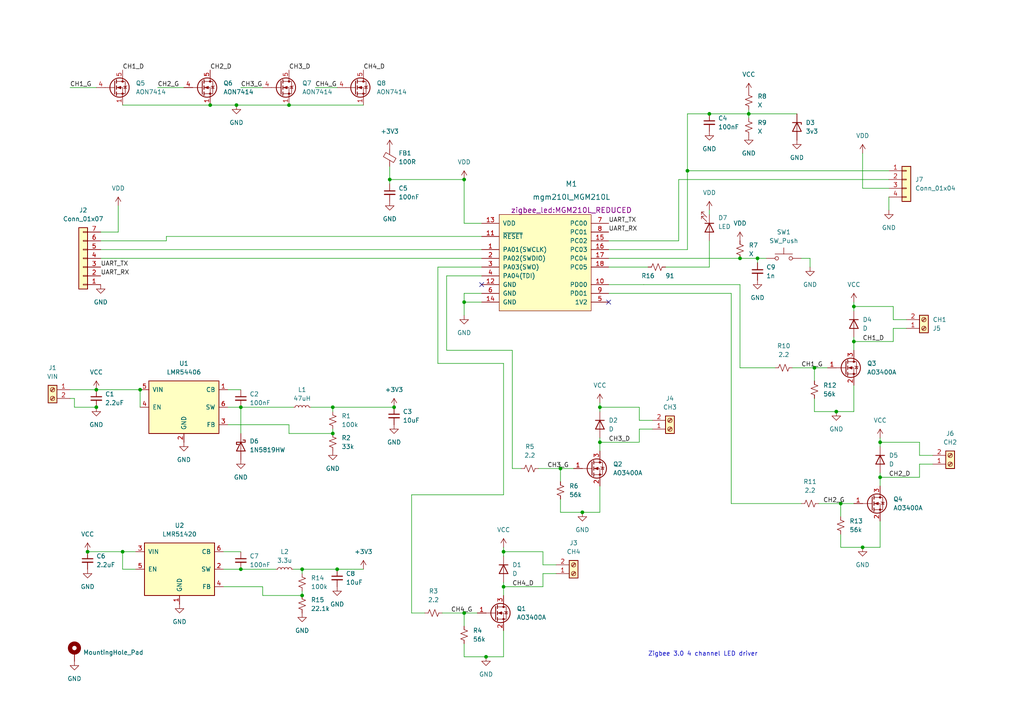
<source format=kicad_sch>
(kicad_sch (version 20211123) (generator eeschema)
  (paper "A4")
  (lib_symbols
    (symbol "Connector:Screw_Terminal_01x02" (pin_names (offset 1.016) hide)
      (property "Reference" "J" (at 0 2.54 0))
      (property "Value" "Screw_Terminal_01x02" (at 0 -5.08 0))
      (symbol "Screw_Terminal_01x02_1_1"
        (rectangle (start -1.27 1.27) (end 1.27 -3.81) (stroke (width 0.254)) (fill (type background)))
        (circle (center 0 -2.54) (radius 0.635) (stroke (width 0.1524)))
        (polyline (pts (xy -0.5334 -2.2098) (xy 0.3302 -3.048)) (stroke (width 0.1524)))
        (polyline (pts (xy -0.5334 0.3302) (xy 0.3302 -0.508)) (stroke (width 0.1524)))
        (polyline (pts (xy -0.3556 -2.032) (xy 0.508 -2.8702)) (stroke (width 0.1524)))
        (polyline (pts (xy -0.3556 0.508) (xy 0.508 -0.3302)) (stroke (width 0.1524)))
        (circle (center 0 0) (radius 0.635) (stroke (width 0.1524)))
        (pin passive line (at -5.08 0 0) (length 3.81) (name "Pin_1") (number "1"))
        (pin passive line (at -5.08 -2.54 0) (length 3.81) (name "Pin_2") (number "2"))
      )
    )
    (symbol "Connector_Generic:Conn_01x04" (pin_names (offset 1.016) hide)
      (property "Reference" "J" (at 0 5.08 0))
      (property "Value" "Conn_01x04" (at 0 -7.62 0))
      (symbol "Conn_01x04_1_1"
        (rectangle (start -1.27 -4.953) (end 0 -5.207) (stroke (width 0.1524)))
        (rectangle (start -1.27 -2.413) (end 0 -2.667) (stroke (width 0.1524)))
        (rectangle (start -1.27 0.127) (end 0 -0.127) (stroke (width 0.1524)))
        (rectangle (start -1.27 2.667) (end 0 2.413) (stroke (width 0.1524)))
        (rectangle (start -1.27 3.81) (end 1.27 -6.35) (stroke (width 0.254)) (fill (type background)))
        (pin passive line (at -5.08 2.54 0) (length 3.81) (name "Pin_1") (number "1"))
        (pin passive line (at -5.08 0 0) (length 3.81) (name "Pin_2") (number "2"))
        (pin passive line (at -5.08 -2.54 0) (length 3.81) (name "Pin_3") (number "3"))
        (pin passive line (at -5.08 -5.08 0) (length 3.81) (name "Pin_4") (number "4"))
      )
    )
    (symbol "Connector_Generic:Conn_01x07" (pin_names (offset 1.016) hide)
      (property "Reference" "J" (at 0 10.16 0))
      (property "Value" "Conn_01x07" (at 0 -10.16 0))
      (symbol "Conn_01x07_1_1"
        (rectangle (start -1.27 -7.493) (end 0 -7.747) (stroke (width 0.1524)))
        (rectangle (start -1.27 -4.953) (end 0 -5.207) (stroke (width 0.1524)))
        (rectangle (start -1.27 -2.413) (end 0 -2.667) (stroke (width 0.1524)))
        (rectangle (start -1.27 0.127) (end 0 -0.127) (stroke (width 0.1524)))
        (rectangle (start -1.27 2.667) (end 0 2.413) (stroke (width 0.1524)))
        (rectangle (start -1.27 5.207) (end 0 4.953) (stroke (width 0.1524)))
        (rectangle (start -1.27 7.747) (end 0 7.493) (stroke (width 0.1524)))
        (rectangle (start -1.27 8.89) (end 1.27 -8.89) (stroke (width 0.254)) (fill (type background)))
        (pin passive line (at -5.08 7.62 0) (length 3.81) (name "Pin_1") (number "1"))
        (pin passive line (at -5.08 5.08 0) (length 3.81) (name "Pin_2") (number "2"))
        (pin passive line (at -5.08 2.54 0) (length 3.81) (name "Pin_3") (number "3"))
        (pin passive line (at -5.08 0 0) (length 3.81) (name "Pin_4") (number "4"))
        (pin passive line (at -5.08 -2.54 0) (length 3.81) (name "Pin_5") (number "5"))
        (pin passive line (at -5.08 -5.08 0) (length 3.81) (name "Pin_6") (number "6"))
        (pin passive line (at -5.08 -7.62 0) (length 3.81) (name "Pin_7") (number "7"))
      )
    )
    (symbol "Device:C_Small" (pin_numbers hide) (pin_names (offset 0.254) hide)
      (property "Reference" "C" (at 0.254 1.778 0))
      (property "Value" "C_Small" (at 0.254 -2.032 0))
      (symbol "C_Small_0_1"
        (polyline (pts (xy -1.524 -0.508) (xy 1.524 -0.508)) (stroke (width 0.3302)))
        (polyline (pts (xy -1.524 0.508) (xy 1.524 0.508)) (stroke (width 0.3048)))
      )
      (symbol "C_Small_1_1"
        (pin passive line (at 0 2.54 270) (length 2.032) (name "~") (number "1"))
        (pin passive line (at 0 -2.54 90) (length 2.032) (name "~") (number "2"))
      )
    )
    (symbol "Device:D" (pin_numbers hide) (pin_names (offset 1.016) hide)
      (property "Reference" "D" (at 0 2.54 0))
      (property "Value" "D" (at 0 -2.54 0))
      (symbol "D_0_1"
        (polyline (pts (xy -1.27 1.27) (xy -1.27 -1.27)) (stroke (width 0.254)))
        (polyline (pts (xy 1.27 0) (xy -1.27 0)))
        (polyline (pts (xy 1.27 1.27) (xy 1.27 -1.27) (xy -1.27 0) (xy 1.27 1.27)) (stroke (width 0.254)))
      )
      (symbol "D_1_1"
        (pin passive line (at -3.81 0 0) (length 2.54) (name "K") (number "1"))
        (pin passive line (at 3.81 0 180) (length 2.54) (name "A") (number "2"))
      )
    )
    (symbol "Device:D_Schottky" (pin_numbers hide) (pin_names (offset 1.016) hide)
      (property "Reference" "D" (at 0 2.54 0))
      (property "Value" "D_Schottky" (at 0 -2.54 0))
      (symbol "D_Schottky_0_1"
        (polyline (pts (xy 1.27 0) (xy -1.27 0)))
        (polyline (pts (xy 1.27 1.27) (xy 1.27 -1.27) (xy -1.27 0) (xy 1.27 1.27)) (stroke (width 0.254)))
        (polyline (pts (xy -1.905 0.635) (xy -1.905 1.27) (xy -1.27 1.27) (xy -1.27 -1.27) (xy -0.635 -1.27) (xy -0.635 -0.635)) (stroke (width 0.254)))
      )
      (symbol "D_Schottky_1_1"
        (pin passive line (at -3.81 0 0) (length 2.54) (name "K") (number "1"))
        (pin passive line (at 3.81 0 180) (length 2.54) (name "A") (number "2"))
      )
    )
    (symbol "Device:D_Zener" (pin_numbers hide) (pin_names (offset 1.016) hide)
      (property "Reference" "D" (at 0 2.54 0))
      (property "Value" "D_Zener" (at 0 -2.54 0))
      (symbol "D_Zener_0_1"
        (polyline (pts (xy 1.27 0) (xy -1.27 0)))
        (polyline (pts (xy -1.27 -1.27) (xy -1.27 1.27) (xy -0.762 1.27)) (stroke (width 0.254)))
        (polyline (pts (xy 1.27 -1.27) (xy 1.27 1.27) (xy -1.27 0) (xy 1.27 -1.27)) (stroke (width 0.254)))
      )
      (symbol "D_Zener_1_1"
        (pin passive line (at -3.81 0 0) (length 2.54) (name "K") (number "1"))
        (pin passive line (at 3.81 0 180) (length 2.54) (name "A") (number "2"))
      )
    )
    (symbol "Device:FerriteBead_Small" (pin_numbers hide) (pin_names (offset 0))
      (property "Reference" "FB" (at 1.905 1.27 0))
      (property "Value" "FerriteBead_Small" (at 1.905 -1.27 0))
      (symbol "FerriteBead_Small_0_1"
        (polyline (pts (xy 0 -1.27) (xy 0 -0.7874)))
        (polyline (pts (xy 0 0.889) (xy 0 1.2954)))
        (polyline (pts (xy -1.8288 0.2794) (xy -1.1176 1.4986) (xy 1.8288 -0.2032) (xy 1.1176 -1.4224) (xy -1.8288 0.2794)))
      )
      (symbol "FerriteBead_Small_1_1"
        (pin passive line (at 0 2.54 270) (length 1.27) (name "~") (number "1"))
        (pin passive line (at 0 -2.54 90) (length 1.27) (name "~") (number "2"))
      )
    )
    (symbol "Device:LED" (pin_numbers hide) (pin_names (offset 1.016) hide)
      (property "Reference" "D" (at 0 2.54 0))
      (property "Value" "LED" (at 0 -2.54 0))
      (symbol "LED_0_1"
        (polyline (pts (xy -1.27 -1.27) (xy -1.27 1.27)) (stroke (width 0.254)))
        (polyline (pts (xy -1.27 0) (xy 1.27 0)))
        (polyline (pts (xy 1.27 -1.27) (xy 1.27 1.27) (xy -1.27 0) (xy 1.27 -1.27)) (stroke (width 0.254)))
        (polyline (pts (xy -3.048 -0.762) (xy -4.572 -2.286) (xy -3.81 -2.286) (xy -4.572 -2.286) (xy -4.572 -1.524)))
        (polyline (pts (xy -1.778 -0.762) (xy -3.302 -2.286) (xy -2.54 -2.286) (xy -3.302 -2.286) (xy -3.302 -1.524)))
      )
      (symbol "LED_1_1"
        (pin passive line (at -3.81 0 0) (length 2.54) (name "K") (number "1"))
        (pin passive line (at 3.81 0 180) (length 2.54) (name "A") (number "2"))
      )
    )
    (symbol "Device:L_Small" (pin_numbers hide) (pin_names (offset 0.254) hide)
      (property "Reference" "L" (at 0.762 1.016 0))
      (property "Value" "L_Small" (at 0.762 -1.016 0))
      (symbol "L_Small_0_1"
        (arc (start 0 -2.032) (mid 0.508 -1.524) (end 0 -1.016))
        (arc (start 0 -1.016) (mid 0.508 -0.508) (end 0 0))
        (arc (start 0 0) (mid 0.508 0.508) (end 0 1.016))
        (arc (start 0 1.016) (mid 0.508 1.524) (end 0 2.032))
      )
      (symbol "L_Small_1_1"
        (pin passive line (at 0 2.54 270) (length 0.508) (name "~") (number "1"))
        (pin passive line (at 0 -2.54 90) (length 0.508) (name "~") (number "2"))
      )
    )
    (symbol "Device:R_Small_US" (pin_numbers hide) (pin_names (offset 0.254) hide)
      (property "Reference" "R" (at 0.762 0.508 0))
      (property "Value" "R_Small_US" (at 0.762 -1.016 0))
      (symbol "R_Small_US_1_1"
        (polyline (pts (xy 0 0) (xy 1.016 -0.381) (xy 0 -0.762) (xy -1.016 -1.143) (xy 0 -1.524)))
        (polyline (pts (xy 0 1.524) (xy 1.016 1.143) (xy 0 0.762) (xy -1.016 0.381) (xy 0 0)))
        (pin passive line (at 0 2.54 270) (length 1.016) (name "~") (number "1"))
        (pin passive line (at 0 -2.54 90) (length 1.016) (name "~") (number "2"))
      )
    )
    (symbol "Mechanical:MountingHole_Pad" (pin_numbers hide) (pin_names (offset 1.016) hide)
      (property "Reference" "H" (at 0 6.35 0))
      (property "Value" "MountingHole_Pad" (at 0 4.445 0))
      (symbol "MountingHole_Pad_0_1"
        (circle (center 0 1.27) (radius 1.27) (stroke (width 1.27)))
      )
      (symbol "MountingHole_Pad_1_1"
        (pin input line (at 0 -2.54 90) (length 2.54) (name "1") (number "1"))
      )
    )
    (symbol "Switch:SW_Push" (pin_numbers hide) (pin_names (offset 1.016) hide)
      (property "Reference" "SW" (at 1.27 2.54 0))
      (property "Value" "SW_Push" (at 0 -1.524 0))
      (symbol "SW_Push_0_1"
        (circle (center -2.032 0) (radius 0.508))
        (polyline (pts (xy 0 1.27) (xy 0 3.048)))
        (polyline (pts (xy 2.54 1.27) (xy -2.54 1.27)))
        (circle (center 2.032 0) (radius 0.508))
        (pin passive line (at -5.08 0 0) (length 2.54) (name "1") (number "1"))
        (pin passive line (at 5.08 0 180) (length 2.54) (name "2") (number "2"))
      )
    )
    (symbol "Transistor_FET:AO3400A" (pin_names hide)
      (property "Reference" "Q" (at 5.08 1.905 0))
      (property "Value" "AO3400A" (at 5.08 0 0))
      (symbol "AO3400A_0_1"
        (polyline (pts (xy 0.254 0) (xy -2.54 0)))
        (polyline (pts (xy 0.254 1.905) (xy 0.254 -1.905)) (stroke (width 0.254)))
        (polyline (pts (xy 0.762 -1.27) (xy 0.762 -2.286)) (stroke (width 0.254)))
        (polyline (pts (xy 0.762 0.508) (xy 0.762 -0.508)) (stroke (width 0.254)))
        (polyline (pts (xy 0.762 2.286) (xy 0.762 1.27)) (stroke (width 0.254)))
        (polyline (pts (xy 2.54 2.54) (xy 2.54 1.778)))
        (polyline (pts (xy 2.54 -2.54) (xy 2.54 0) (xy 0.762 0)))
        (polyline (pts (xy 0.762 -1.778) (xy 3.302 -1.778) (xy 3.302 1.778) (xy 0.762 1.778)))
        (polyline (pts (xy 1.016 0) (xy 2.032 0.381) (xy 2.032 -0.381) (xy 1.016 0)) (fill (type outline)))
        (polyline (pts (xy 2.794 0.508) (xy 2.921 0.381) (xy 3.683 0.381) (xy 3.81 0.254)))
        (polyline (pts (xy 3.302 0.381) (xy 2.921 -0.254) (xy 3.683 -0.254) (xy 3.302 0.381)))
        (circle (center 1.651 0) (radius 2.794) (stroke (width 0.254)))
        (circle (center 2.54 -1.778) (radius 0.254) (fill (type outline)))
        (circle (center 2.54 1.778) (radius 0.254) (fill (type outline)))
      )
      (symbol "AO3400A_1_1"
        (pin input line (at -5.08 0 0) (length 2.54) (name "G") (number "1"))
        (pin passive line (at 2.54 -5.08 90) (length 2.54) (name "S") (number "2"))
        (pin passive line (at 2.54 5.08 270) (length 2.54) (name "D") (number "3"))
      )
    )
    (symbol "mgm210l-cache:mgm210l_MGM210L" (pin_names (offset 1.016))
      (property "Reference" "M" (at 1.27 3.81 0))
      (property "Value" "mgm210l_MGM210L" (at 6.35 1.27 0))
      (property "Footprint" "MGM210L" (at 5.08 0 0))
      (symbol "mgm210l_MGM210L_0_1"
        (rectangle (start 0 0) (end 26.67 -27.94) (fill (type background)))
        (rectangle (start 41.91 -20.32) (end 41.91 -20.32))
      )
      (symbol "mgm210l_MGM210L_1_1"
        (pin bidirectional line (at -5.08 -10.16 0) (length 5.08) (name "PA01(SWCLK)") (number "1"))
        (pin bidirectional line (at 31.75 -20.32 180) (length 5.08) (name "PD00") (number "10"))
        (pin input line (at -5.08 -6.35 0) (length 5.08) (name "~{RESET}") (number "11"))
        (pin power_in line (at -5.08 -20.32 0) (length 5.08) (name "GND") (number "12"))
        (pin power_in line (at -5.08 -2.54 0) (length 5.08) (name "VDD") (number "13"))
        (pin power_in line (at -5.08 -25.4 0) (length 5.08) (name "GND") (number "14"))
        (pin bidirectional line (at 31.75 -7.62 180) (length 5.08) (name "PC02") (number "15"))
        (pin bidirectional line (at 31.75 -10.16 180) (length 5.08) (name "PC03") (number "16"))
        (pin bidirectional line (at 31.75 -12.7 180) (length 5.08) (name "PC04") (number "17"))
        (pin bidirectional line (at 31.75 -15.24 180) (length 5.08) (name "PC05") (number "18"))
        (pin bidirectional line (at -5.08 -12.7 0) (length 5.08) (name "PA02(SWDIO)") (number "2"))
        (pin bidirectional line (at -5.08 -15.24 0) (length 5.08) (name "PA03(SWO)") (number "3"))
        (pin bidirectional line (at -5.08 -17.78 0) (length 5.08) (name "PA04(TDI)") (number "4"))
        (pin power_out line (at 31.75 -25.4 180) (length 5.08) (name "1V2") (number "5"))
        (pin power_in line (at -5.08 -22.86 0) (length 5.08) (name "GND") (number "6"))
        (pin bidirectional line (at 31.75 -2.54 180) (length 5.08) (name "PC00") (number "7"))
        (pin bidirectional line (at 31.75 -5.08 180) (length 5.08) (name "PC01") (number "8"))
        (pin bidirectional line (at 31.75 -22.86 180) (length 5.08) (name "PD01") (number "9"))
      )
    )
    (symbol "power:+3.3V" (power) (pin_names (offset 0))
      (property "Value" "+3.3V" (at 0 3.556 0))
      (symbol "+3.3V_0_1"
        (polyline (pts (xy -0.762 1.27) (xy 0 2.54)))
        (polyline (pts (xy 0 0) (xy 0 2.54)))
        (polyline (pts (xy 0 2.54) (xy 0.762 1.27)))
      )
      (symbol "+3.3V_1_1"
        (pin power_in line (at 0 0 90) (length 0) hide (name "+3V3") (number "1"))
      )
    )
    (symbol "power:GND" (power) (pin_names (offset 0))
      (property "Value" "GND" (at 0 -3.81 0))
      (symbol "GND_0_1"
        (polyline (pts (xy 0 0) (xy 0 -1.27) (xy 1.27 -1.27) (xy 0 -2.54) (xy -1.27 -1.27) (xy 0 -1.27)))
      )
      (symbol "GND_1_1"
        (pin power_in line (at 0 0 270) (length 0) hide (name "GND") (number "1"))
      )
    )
    (symbol "power:VCC" (power) (pin_names (offset 0))
      (property "Value" "VCC" (at 0 3.81 0))
      (symbol "VCC_0_1"
        (polyline (pts (xy -0.762 1.27) (xy 0 2.54)))
        (polyline (pts (xy 0 0) (xy 0 2.54)))
        (polyline (pts (xy 0 2.54) (xy 0.762 1.27)))
      )
      (symbol "VCC_1_1"
        (pin power_in line (at 0 0 90) (length 0) hide (name "VCC") (number "1"))
      )
    )
    (symbol "power:VDD" (power) (pin_names (offset 0))
      (property "Value" "VDD" (at 0 3.81 0))
      (symbol "VDD_0_1"
        (polyline (pts (xy -0.762 1.27) (xy 0 2.54)))
        (polyline (pts (xy 0 0) (xy 0 2.54)))
        (polyline (pts (xy 0 2.54) (xy 0.762 1.27)))
      )
      (symbol "VDD_1_1"
        (pin power_in line (at 0 0 90) (length 0) hide (name "VDD") (number "1"))
      )
    )
    (symbol "zigbee_led:AON7414" (pin_names hide)
      (property "Reference" "Q" (at 5.08 1.905 0))
      (property "Value" "AON7414" (at 5.08 0 0))
      (symbol "AON7414_0_1"
        (polyline (pts (xy 0.254 0) (xy -2.54 0)))
        (polyline (pts (xy 0.254 1.905) (xy 0.254 -1.905)) (stroke (width 0.254)))
        (polyline (pts (xy 0.762 -1.27) (xy 0.762 -2.286)) (stroke (width 0.254)))
        (polyline (pts (xy 0.762 0.508) (xy 0.762 -0.508)) (stroke (width 0.254)))
        (polyline (pts (xy 0.762 2.286) (xy 0.762 1.27)) (stroke (width 0.254)))
        (polyline (pts (xy 2.54 2.54) (xy 2.54 1.778)))
        (polyline (pts (xy 2.54 -2.54) (xy 2.54 0) (xy 0.762 0)))
        (polyline (pts (xy 0.762 1.778) (xy 3.302 1.778) (xy 3.302 -1.778) (xy 0.762 -1.778)))
        (polyline (pts (xy 1.016 0) (xy 2.032 -0.381) (xy 2.032 0.381) (xy 1.016 0)) (fill (type outline)))
        (polyline (pts (xy 2.794 0.254) (xy 2.921 0.381) (xy 3.683 0.381) (xy 3.81 0.508)))
        (polyline (pts (xy 3.302 0.381) (xy 3.683 -0.254) (xy 2.921 -0.254) (xy 3.302 0.381)))
        (circle (center 1.651 0) (radius 2.794) (stroke (width 0.254)))
        (circle (center 2.54 -1.778) (radius 0.254) (fill (type outline)))
        (circle (center 2.54 1.778) (radius 0.254) (fill (type outline)))
      )
      (symbol "AON7414_1_1"
        (pin passive line (at 2.54 -5.08 90) (length 2.54) (name "S") (number "1"))
        (pin passive line (at 2.54 -5.08 90) (length 2.54) hide (name "S") (number "2"))
        (pin passive line (at 2.54 -5.08 90) (length 2.54) hide (name "S") (number "3"))
        (pin input line (at -5.08 0 0) (length 2.54) (name "G") (number "4"))
        (pin passive line (at 2.54 5.08 270) (length 2.54) (name "D") (number "5"))
      )
    )
    (symbol "zigbee_led:LMR51420" (pin_names (offset 1.016))
      (property "Reference" "U" (at -10.16 11.43 0))
      (property "Value" "LMR51420" (at -10.16 8.89 0))
      (symbol "LMR51420_0_1"
        (rectangle (start -10.16 7.62) (end 10.16 -7.62) (stroke (width 0.254)) (fill (type background)))
      )
      (symbol "LMR51420_1_1"
        (pin power_in line (at 0 -10.16 90) (length 2.54) (name "GND") (number "1"))
        (pin output line (at 12.7 0 180) (length 2.54) (name "SW") (number "2"))
        (pin power_in line (at -12.7 5.08 0) (length 2.54) (name "VIN") (number "3"))
        (pin input line (at 12.7 -5.08 180) (length 2.54) (name "FB") (number "4"))
        (pin input line (at -12.7 0 0) (length 2.54) (name "EN") (number "5"))
        (pin input line (at 12.7 5.08 180) (length 2.54) (name "CB") (number "6"))
      )
    )
    (symbol "zigbee_led:LMR54406" (pin_names (offset 1.016))
      (property "Reference" "U" (at -10.16 11.43 0))
      (property "Value" "LMR54406" (at -10.16 8.89 0))
      (symbol "LMR54406_0_1"
        (rectangle (start -10.16 7.62) (end 10.16 -7.62) (stroke (width 0.254)) (fill (type background)))
      )
      (symbol "LMR54406_1_1"
        (pin input line (at 12.7 5.08 180) (length 2.54) (name "CB") (number "1"))
        (pin power_in line (at 0 -10.16 90) (length 2.54) (name "GND") (number "2"))
        (pin input line (at 12.7 -5.08 180) (length 2.54) (name "FB") (number "3"))
        (pin input line (at -12.7 0 0) (length 2.54) (name "EN") (number "4"))
        (pin power_in line (at -12.7 5.08 0) (length 2.54) (name "VIN") (number "5"))
        (pin output line (at 12.7 0 180) (length 2.54) (name "SW") (number "6"))
      )
    )
  )
  (junction (at 247.65 99.06))
  (junction (at 217.17 33.02))
  (junction (at 173.99 128.27))
  (junction (at 134.62 52.07))
  (junction (at 134.62 177.8))
  (junction (at 96.52 118.11))
  (junction (at 113.03 52.07))
  (junction (at 247.65 88.9))
  (junction (at 146.05 160.02))
  (junction (at 68.58 30.48))
  (junction (at 199.39 49.53))
  (junction (at 219.71 74.93))
  (junction (at 236.22 106.68))
  (junction (at 96.52 125.73))
  (junction (at 25.4 160.02))
  (junction (at 205.74 33.02))
  (junction (at 134.62 87.63))
  (junction (at 173.99 118.11))
  (junction (at 250.19 158.75))
  (junction (at 140.97 190.5))
  (junction (at 146.05 170.18))
  (junction (at 168.91 148.59))
  (junction (at 87.63 165.1))
  (junction (at 97.79 165.1))
  (junction (at 69.85 118.11))
  (junction (at 60.96 30.48))
  (junction (at 114.3 118.11))
  (junction (at 162.56 135.89))
  (junction (at 35.56 160.02))
  (junction (at 243.84 146.05))
  (junction (at 255.27 138.43))
  (junction (at 40.64 113.03))
  (junction (at 83.82 30.48))
  (junction (at 214.63 74.93))
  (junction (at 27.94 113.03))
  (junction (at 87.63 172.72))
  (junction (at 255.27 128.27))
  (junction (at 27.94 118.11))
  (junction (at 69.85 165.1))
  (junction (at 242.57 119.38))
  (no_connect (at 176.53 87.63))
  (no_connect (at 139.7 82.55))
  (wire (pts (xy 60.96 30.48) (xy 68.58 30.48)))
  (wire (pts (xy 199.39 33.02) (xy 205.74 33.02)))
  (wire (pts (xy 255.27 151.13) (xy 255.27 158.75)))
  (wire (pts (xy 236.22 115.57) (xy 236.22 119.38)))
  (wire (pts (xy 21.59 118.11) (xy 27.94 118.11)))
  (wire (pts (xy 96.52 118.11) (xy 96.52 119.38)))
  (wire (pts (xy 236.22 119.38) (xy 242.57 119.38)))
  (wire (pts (xy 176.53 77.47) (xy 187.96 77.47)))
  (wire (pts (xy 64.77 160.02) (xy 69.85 160.02)))
  (wire (pts (xy 127 77.47) (xy 139.7 77.47)))
  (wire (pts (xy 128.27 177.8) (xy 134.62 177.8)))
  (wire (pts (xy 21.59 115.57) (xy 21.59 118.11)))
  (wire (pts (xy 214.63 106.68) (xy 224.79 106.68)))
  (wire (pts (xy 66.04 113.03) (xy 69.85 113.03)))
  (wire (pts (xy 29.21 74.93) (xy 139.7 74.93)))
  (wire (pts (xy 97.79 165.1) (xy 105.41 165.1)))
  (wire (pts (xy 83.82 123.19) (xy 83.82 125.73)))
  (wire (pts (xy 247.65 119.38) (xy 242.57 119.38)))
  (wire (pts (xy 146.05 143.51) (xy 119.38 143.51)))
  (wire (pts (xy 35.56 160.02) (xy 39.37 160.02)))
  (wire (pts (xy 173.99 148.59) (xy 168.91 148.59)))
  (wire (pts (xy 39.37 165.1) (xy 35.56 165.1)))
  (wire (pts (xy 91.44 25.4) (xy 97.79 25.4)))
  (wire (pts (xy 255.27 128.27) (xy 255.27 129.54)))
  (wire (pts (xy 270.51 132.08) (xy 266.7 132.08)))
  (wire (pts (xy 173.99 140.97) (xy 173.99 148.59)))
  (wire (pts (xy 266.7 138.43) (xy 255.27 138.43)))
  (wire (pts (xy 68.58 30.48) (xy 83.82 30.48)))
  (wire (pts (xy 185.42 128.27) (xy 173.99 128.27)))
  (wire (pts (xy 189.23 124.46) (xy 185.42 124.46)))
  (wire (pts (xy 212.09 85.09) (xy 212.09 146.05)))
  (wire (pts (xy 247.65 111.76) (xy 247.65 119.38)))
  (wire (pts (xy 212.09 146.05) (xy 232.41 146.05)))
  (wire (pts (xy 64.77 165.1) (xy 69.85 165.1)))
  (wire (pts (xy 185.42 121.92) (xy 185.42 118.11)))
  (wire (pts (xy 146.05 158.75) (xy 146.05 160.02)))
  (wire (pts (xy 146.05 182.88) (xy 146.05 190.5)))
  (wire (pts (xy 219.71 74.93) (xy 222.25 74.93)))
  (wire (pts (xy 20.32 113.03) (xy 27.94 113.03)))
  (wire (pts (xy 45.72 25.4) (xy 53.34 25.4)))
  (wire (pts (xy 119.38 143.51) (xy 119.38 177.8)))
  (wire (pts (xy 134.62 85.09) (xy 134.62 87.63)))
  (wire (pts (xy 113.03 52.07) (xy 113.03 53.34)))
  (wire (pts (xy 76.2 172.72) (xy 87.63 172.72)))
  (wire (pts (xy 217.17 33.02) (xy 217.17 34.29)))
  (wire (pts (xy 64.77 170.18) (xy 76.2 170.18)))
  (wire (pts (xy 196.85 69.85) (xy 196.85 52.07)))
  (wire (pts (xy 255.27 138.43) (xy 255.27 140.97)))
  (wire (pts (xy 199.39 49.53) (xy 199.39 33.02)))
  (wire (pts (xy 146.05 160.02) (xy 146.05 161.29)))
  (wire (pts (xy 35.56 30.48) (xy 60.96 30.48)))
  (wire (pts (xy 157.48 163.83) (xy 157.48 160.02)))
  (wire (pts (xy 270.51 134.62) (xy 266.7 134.62)))
  (wire (pts (xy 236.22 106.68) (xy 240.03 106.68)))
  (wire (pts (xy 134.62 52.07) (xy 113.03 52.07)))
  (wire (pts (xy 205.74 33.02) (xy 217.17 33.02)))
  (wire (pts (xy 146.05 160.02) (xy 157.48 160.02)))
  (wire (pts (xy 48.26 69.85) (xy 29.21 69.85)))
  (wire (pts (xy 48.26 68.58) (xy 48.26 69.85)))
  (wire (pts (xy 127 77.47) (xy 127 105.41)))
  (wire (pts (xy 96.52 124.46) (xy 96.52 125.73)))
  (wire (pts (xy 243.84 158.75) (xy 250.19 158.75)))
  (wire (pts (xy 237.49 146.05) (xy 243.84 146.05)))
  (wire (pts (xy 129.54 80.01) (xy 129.54 101.6)))
  (wire (pts (xy 255.27 158.75) (xy 250.19 158.75)))
  (wire (pts (xy 173.99 127) (xy 173.99 128.27)))
  (wire (pts (xy 243.84 146.05) (xy 247.65 146.05)))
  (wire (pts (xy 219.71 74.93) (xy 219.71 76.2)))
  (wire (pts (xy 255.27 137.16) (xy 255.27 138.43)))
  (wire (pts (xy 96.52 118.11) (xy 114.3 118.11)))
  (wire (pts (xy 87.63 165.1) (xy 97.79 165.1)))
  (wire (pts (xy 162.56 135.89) (xy 166.37 135.89)))
  (wire (pts (xy 173.99 118.11) (xy 173.99 119.38)))
  (wire (pts (xy 34.29 67.31) (xy 34.29 59.69)))
  (wire (pts (xy 162.56 148.59) (xy 168.91 148.59)))
  (wire (pts (xy 232.41 74.93) (xy 234.95 74.93)))
  (wire (pts (xy 214.63 74.93) (xy 219.71 74.93)))
  (wire (pts (xy 29.21 72.39) (xy 139.7 72.39)))
  (wire (pts (xy 146.05 105.41) (xy 127 105.41)))
  (wire (pts (xy 66.04 118.11) (xy 69.85 118.11)))
  (wire (pts (xy 156.21 135.89) (xy 162.56 135.89)))
  (wire (pts (xy 35.56 165.1) (xy 35.56 160.02)))
  (wire (pts (xy 85.09 165.1) (xy 87.63 165.1)))
  (wire (pts (xy 134.62 52.07) (xy 134.62 64.77)))
  (wire (pts (xy 214.63 82.55) (xy 214.63 106.68)))
  (wire (pts (xy 83.82 125.73) (xy 96.52 125.73)))
  (wire (pts (xy 262.89 95.25) (xy 259.08 95.25)))
  (wire (pts (xy 87.63 171.45) (xy 87.63 172.72)))
  (wire (pts (xy 257.81 57.15) (xy 257.81 60.96)))
  (wire (pts (xy 173.99 118.11) (xy 185.42 118.11)))
  (wire (pts (xy 189.23 121.92) (xy 185.42 121.92)))
  (wire (pts (xy 29.21 67.31) (xy 34.29 67.31)))
  (wire (pts (xy 134.62 177.8) (xy 138.43 177.8)))
  (wire (pts (xy 90.17 118.11) (xy 96.52 118.11)))
  (wire (pts (xy 205.74 60.96) (xy 205.74 62.23)))
  (wire (pts (xy 148.59 101.6) (xy 148.59 135.89)))
  (wire (pts (xy 76.2 170.18) (xy 76.2 172.72)))
  (wire (pts (xy 134.62 190.5) (xy 140.97 190.5)))
  (wire (pts (xy 146.05 170.18) (xy 146.05 172.72)))
  (wire (pts (xy 247.65 88.9) (xy 247.65 90.17)))
  (wire (pts (xy 234.95 74.93) (xy 234.95 77.47)))
  (wire (pts (xy 148.59 135.89) (xy 151.13 135.89)))
  (wire (pts (xy 134.62 85.09) (xy 139.7 85.09)))
  (wire (pts (xy 259.08 95.25) (xy 259.08 99.06)))
  (wire (pts (xy 134.62 177.8) (xy 134.62 181.61)))
  (wire (pts (xy 247.65 88.9) (xy 259.08 88.9)))
  (wire (pts (xy 119.38 177.8) (xy 123.19 177.8)))
  (wire (pts (xy 176.53 69.85) (xy 196.85 69.85)))
  (wire (pts (xy 217.17 33.02) (xy 231.14 33.02)))
  (wire (pts (xy 161.29 166.37) (xy 157.48 166.37)))
  (wire (pts (xy 20.32 115.57) (xy 21.59 115.57)))
  (wire (pts (xy 199.39 72.39) (xy 199.39 49.53)))
  (wire (pts (xy 113.03 48.26) (xy 113.03 52.07)))
  (wire (pts (xy 193.04 77.47) (xy 205.74 77.47)))
  (wire (pts (xy 266.7 132.08) (xy 266.7 128.27)))
  (wire (pts (xy 139.7 80.01) (xy 129.54 80.01)))
  (wire (pts (xy 162.56 135.89) (xy 162.56 139.7)))
  (wire (pts (xy 173.99 128.27) (xy 173.99 130.81)))
  (wire (pts (xy 259.08 99.06) (xy 247.65 99.06)))
  (wire (pts (xy 255.27 128.27) (xy 266.7 128.27)))
  (wire (pts (xy 146.05 168.91) (xy 146.05 170.18)))
  (wire (pts (xy 162.56 144.78) (xy 162.56 148.59)))
  (wire (pts (xy 157.48 166.37) (xy 157.48 170.18)))
  (wire (pts (xy 40.64 113.03) (xy 40.64 118.11)))
  (wire (pts (xy 259.08 92.71) (xy 262.89 92.71)))
  (wire (pts (xy 247.65 97.79) (xy 247.65 99.06)))
  (wire (pts (xy 257.81 54.61) (xy 250.19 54.61)))
  (wire (pts (xy 176.53 72.39) (xy 199.39 72.39)))
  (wire (pts (xy 161.29 163.83) (xy 157.48 163.83)))
  (wire (pts (xy 205.74 77.47) (xy 205.74 69.85)))
  (wire (pts (xy 69.85 25.4) (xy 76.2 25.4)))
  (wire (pts (xy 196.85 52.07) (xy 257.81 52.07)))
  (wire (pts (xy 247.65 99.06) (xy 247.65 101.6)))
  (wire (pts (xy 250.19 54.61) (xy 250.19 44.45)))
  (wire (pts (xy 157.48 170.18) (xy 146.05 170.18)))
  (wire (pts (xy 243.84 146.05) (xy 243.84 149.86)))
  (wire (pts (xy 185.42 124.46) (xy 185.42 128.27)))
  (wire (pts (xy 146.05 143.51) (xy 146.05 105.41)))
  (wire (pts (xy 83.82 30.48) (xy 105.41 30.48)))
  (wire (pts (xy 266.7 134.62) (xy 266.7 138.43)))
  (wire (pts (xy 27.94 113.03) (xy 40.64 113.03)))
  (wire (pts (xy 134.62 87.63) (xy 134.62 91.44)))
  (wire (pts (xy 87.63 165.1) (xy 87.63 166.37)))
  (wire (pts (xy 176.53 82.55) (xy 214.63 82.55)))
  (wire (pts (xy 176.53 74.93) (xy 214.63 74.93)))
  (wire (pts (xy 259.08 92.71) (xy 259.08 88.9)))
  (wire (pts (xy 20.32 25.4) (xy 27.94 25.4)))
  (wire (pts (xy 247.65 87.63) (xy 247.65 88.9)))
  (wire (pts (xy 134.62 87.63) (xy 139.7 87.63)))
  (wire (pts (xy 66.04 123.19) (xy 83.82 123.19)))
  (wire (pts (xy 173.99 116.84) (xy 173.99 118.11)))
  (wire (pts (xy 139.7 64.77) (xy 134.62 64.77)))
  (wire (pts (xy 69.85 118.11) (xy 69.85 125.73)))
  (wire (pts (xy 69.85 165.1) (xy 80.01 165.1)))
  (wire (pts (xy 199.39 49.53) (xy 257.81 49.53)))
  (wire (pts (xy 229.87 106.68) (xy 236.22 106.68)))
  (wire (pts (xy 134.62 186.69) (xy 134.62 190.5)))
  (wire (pts (xy 236.22 106.68) (xy 236.22 110.49)))
  (wire (pts (xy 255.27 127) (xy 255.27 128.27)))
  (wire (pts (xy 176.53 85.09) (xy 212.09 85.09)))
  (wire (pts (xy 146.05 190.5) (xy 140.97 190.5)))
  (wire (pts (xy 48.26 68.58) (xy 139.7 68.58)))
  (wire (pts (xy 69.85 118.11) (xy 85.09 118.11)))
  (wire (pts (xy 243.84 154.94) (xy 243.84 158.75)))
  (wire (pts (xy 25.4 160.02) (xy 35.56 160.02)))
  (wire (pts (xy 217.17 31.75) (xy 217.17 33.02)))
  (wire (pts (xy 148.59 101.6) (xy 129.54 101.6)))
  (text "Zigbee 3.0 4 channel LED driver" (at 187.96 190.5 0) (effects (font (size 1.27 1.27)) (justify left bottom)))
  (label "CH1_G" (at 20.32 25.4 0))
  (label "CH1_D" (at 35.56 20.32 0))
  (label "CH2_G" (at 238.76 146.05 0))
  (label "CH3_G" (at 158.75 135.89 0))
  (label "CH1_G" (at 232.41 106.68 0))
  (label "CH4_D" (at 105.41 20.32 0))
  (label "CH4_D" (at 148.59 170.18 0))
  (label "CH3_D" (at 176.53 128.27 0))
  (label "CH2_D" (at 60.96 20.32 0))
  (label "UART_TX" (at 176.53 64.77 0))
  (label "UART_RX" (at 29.21 80.01 0))
  (label "CH2_G" (at 45.72 25.4 0))
  (label "CH1_D" (at 250.19 99.06 0))
  (label "CH3_D" (at 83.82 20.32 0))
  (label "UART_RX" (at 176.53 67.31 0))
  (label "CH4_G" (at 91.44 25.4 0))
  (label "UART_TX" (at 29.21 77.47 0))
  (label "CH4_G" (at 130.81 177.8 0))
  (label "CH3_G" (at 69.85 25.4 0))
  (label "CH2_D" (at 257.81 138.43 0))
  (symbol (lib_id "Device:D") (at 255.27 133.35 270) (unit 1)
    (property "Reference" "D5" (at 257.81 132.0799 90) (effects (justify left)))
    (property "Value" "D" (at 257.81 134.6199 90) (effects (justify left)))
    (property "Footprint" "Diode_SMD:D_MiniMELF" (effects hide))
  )
  (symbol (lib_id "power:GND") (at 168.91 148.59 0) (unit 1)
    (property "Reference" "#PWR013" (effects hide))
    (property "Value" "GND" (at 168.91 153.67 0))
  )
  (symbol (lib_id "Device:R_Small_US") (at 96.52 121.92 0) (unit 1)
    (property "Reference" "R1" (at 99.06 120.6499 0) (effects (justify left)))
    (property "Value" "100k" (at 99.06 123.1899 0) (effects (justify left)))
    (property "Footprint" "Resistor_SMD:R_0402_1005Metric" (effects hide))
  )
  (symbol (lib_id "Device:D") (at 173.99 123.19 270) (unit 1)
    (property "Reference" "D2" (at 176.53 121.9199 90) (effects (justify left)))
    (property "Value" "D" (at 176.53 124.4599 90) (effects (justify left)))
    (property "Footprint" "Diode_SMD:D_MiniMELF" (effects hide))
  )
  (symbol (lib_id "power:GND") (at 140.97 190.5 0) (unit 1)
    (property "Reference" "#PWR011" (effects hide))
    (property "Value" "GND" (at 140.97 195.58 0))
  )
  (symbol (lib_id "power:+3.3V") (at 113.03 43.18 0) (unit 1)
    (property "Reference" "#PWR09" (effects hide))
    (property "Value" "+3.3V" (at 113.03 38.1 0))
  )
  (symbol (lib_id "Device:R_Small_US") (at 217.17 29.21 0) (unit 1)
    (property "Reference" "R8" (at 219.71 27.9399 0) (effects (justify left)))
    (property "Value" "X" (at 219.71 30.4799 0) (effects (justify left)))
    (property "Footprint" "Resistor_SMD:R_0402_1005Metric" (effects hide))
  )
  (symbol (lib_id "power:GND") (at 114.3 123.19 0) (unit 1)
    (property "Reference" "#PWR08" (effects hide))
    (property "Value" "GND" (at 114.3 128.27 0))
  )
  (symbol (lib_id "Device:R_Small_US") (at 96.52 128.27 0) (unit 1)
    (property "Reference" "R2" (at 99.06 126.9999 0) (effects (justify left)))
    (property "Value" "33k" (at 99.06 129.5399 0) (effects (justify left)))
    (property "Footprint" "Resistor_SMD:R_0402_1005Metric" (effects hide))
  )
  (symbol (lib_id "zigbee_led:AON7414") (at 33.02 25.4 0) (unit 1)
    (property "Reference" "Q5" (at 39.37 24.1299 0) (effects (justify left)))
    (property "Value" "AON7414" (at 39.37 26.6699 0) (effects (justify left)))
    (property "Footprint" "zigbee_led:dual_mos" (effects hide))
  )
  (symbol (lib_id "Connector_Generic:Conn_01x04") (at 262.89 52.07 0) (unit 1)
    (property "Reference" "J7" (at 265.43 52.0699 0) (effects (justify left)))
    (property "Value" "Conn_01x04" (at 265.43 54.6099 0) (effects (justify left)))
    (property "Footprint" "Connector_PinHeader_2.54mm:PinHeader_1x04_P2.54mm_Vertical" (effects hide))
  )
  (symbol (lib_id "power:GND") (at 53.34 128.27 0) (unit 1)
    (property "Reference" "#PWR05" (effects hide))
    (property "Value" "GND" (at 53.34 133.35 0))
  )
  (symbol (lib_id "Device:R_Small_US") (at 153.67 135.89 90) (unit 1)
    (property "Reference" "R5" (at 153.67 129.54 90))
    (property "Value" "2.2" (at 153.67 132.08 90))
    (property "Footprint" "Resistor_SMD:R_0402_1005Metric" (effects hide))
  )
  (symbol (lib_id "zigbee_led:AON7414") (at 102.87 25.4 0) (unit 1)
    (property "Reference" "Q8" (at 109.22 24.1299 0) (effects (justify left)))
    (property "Value" "AON7414" (at 109.22 26.6699 0) (effects (justify left)))
    (property "Footprint" "zigbee_led:dual_mos" (effects hide))
  )
  (symbol (lib_id "Device:R_Small_US") (at 190.5 77.47 90) (unit 1)
    (property "Reference" "R16" (at 187.96 80.01 90))
    (property "Value" "91" (at 194.31 80.01 90))
    (property "Footprint" "Resistor_SMD:R_0603_1608Metric" (effects hide))
  )
  (symbol (lib_id "Device:C_Small") (at 114.3 120.65 0) (unit 1)
    (property "Reference" "C3" (at 116.84 119.3862 0) (effects (justify left)))
    (property "Value" "10uF" (at 116.84 121.9262 0) (effects (justify left)))
    (property "Footprint" "Capacitor_SMD:C_0805_2012Metric" (effects hide))
  )
  (symbol (lib_id "power:GND") (at 96.52 130.81 0) (unit 1)
    (property "Reference" "#PWR06" (effects hide))
    (property "Value" "GND" (at 96.52 135.89 0))
  )
  (symbol (lib_id "Device:D_Zener") (at 231.14 36.83 270) (unit 1)
    (property "Reference" "D3" (at 233.68 35.5599 90) (effects (justify left)))
    (property "Value" "3v3" (at 233.68 38.0999 90) (effects (justify left)))
    (property "Footprint" "Diode_SMD:D_MiniMELF" (effects hide))
  )
  (symbol (lib_id "Connector:Screw_Terminal_01x02") (at 267.97 95.25 0) (mirror x) (unit 1)
    (property "Reference" "J5" (at 270.51 95.2501 0) (effects (justify left)))
    (property "Value" "CH1" (at 270.51 92.7101 0) (effects (justify left)))
    (property "Footprint" "zigbee_led:TerminalBlock_Phoenix_PT-1,5-2-3.5-H_1x02_P3.50mm_Horizontal" (effects hide))
  )
  (symbol (lib_id "power:VCC") (at 27.94 113.03 0) (unit 1)
    (property "Reference" "#PWR01" (effects hide))
    (property "Value" "VCC" (at 27.94 107.95 0))
  )
  (symbol (lib_id "Device:C_Small") (at 205.74 35.56 0) (unit 1)
    (property "Reference" "C4" (at 208.28 34.2962 0) (effects (justify left)))
    (property "Value" "100nF" (at 208.28 36.8362 0) (effects (justify left)))
    (property "Footprint" "Capacitor_SMD:C_0402_1005Metric" (effects hide))
  )
  (symbol (lib_id "Mechanical:MountingHole_Pad") (at 21.59 189.23 0) (unit 1)
    (property "Reference" "H1" (effects hide))
    (property "Value" "MountingHole_Pad" (at 24.13 189.2299 0) (effects (justify left)))
    (property "Footprint" "MountingHole:MountingHole_3.2mm_M3_DIN965_Pad_TopBottom" (effects hide))
  )
  (symbol (lib_id "power:GND") (at 69.85 133.35 0) (unit 1)
    (property "Reference" "#PWR016" (effects hide))
    (property "Value" "GND" (at 69.85 138.43 0))
  )
  (symbol (lib_id "Device:C_Small") (at 69.85 162.56 0) (unit 1)
    (property "Reference" "C7" (at 72.39 161.2962 0) (effects (justify left)))
    (property "Value" "100nF" (at 72.39 163.8362 0) (effects (justify left)))
    (property "Footprint" "Capacitor_SMD:C_0603_1608Metric" (effects hide))
  )
  (symbol (lib_id "power:VCC") (at 247.65 87.63 0) (unit 1)
    (property "Reference" "#PWR022" (effects hide))
    (property "Value" "VCC" (at 247.65 82.55 0))
  )
  (symbol (lib_id "Device:R_Small_US") (at 162.56 142.24 0) (unit 1)
    (property "Reference" "R6" (at 165.1 140.9699 0) (effects (justify left)))
    (property "Value" "56k" (at 165.1 143.5099 0) (effects (justify left)))
    (property "Footprint" "Resistor_SMD:R_0402_1005Metric" (effects hide))
  )
  (symbol (lib_id "power:VDD") (at 214.63 69.85 0) (unit 1)
    (property "Reference" "#PWR0102" (effects hide))
    (property "Value" "VDD" (at 214.63 64.77 0))
  )
  (symbol (lib_id "power:VCC") (at 146.05 158.75 0) (unit 1)
    (property "Reference" "#PWR012" (effects hide))
    (property "Value" "VCC" (at 146.05 153.67 0))
  )
  (symbol (lib_id "Device:R_Small_US") (at 87.63 175.26 0) (unit 1)
    (property "Reference" "R15" (at 90.17 173.9899 0) (effects (justify left)))
    (property "Value" "22.1k" (at 90.17 176.5299 0) (effects (justify left)))
    (property "Footprint" "Resistor_SMD:R_0402_1005Metric" (effects hide))
  )
  (symbol (lib_id "power:GND") (at 87.63 177.8 0) (unit 1)
    (property "Reference" "#PWR029" (effects hide))
    (property "Value" "GND" (at 87.63 182.88 0))
  )
  (symbol (lib_id "Device:LED") (at 205.74 66.04 270) (unit 1)
    (property "Reference" "D7" (at 208.28 63.1824 90) (effects (justify left)))
    (property "Value" "LED" (at 208.28 65.7224 90) (effects (justify left)))
    (property "Footprint" "Diode_SMD:D_0603_1608Metric" (effects hide))
  )
  (symbol (lib_id "power:VDD") (at 250.19 44.45 0) (unit 1)
    (property "Reference" "#PWR0106" (effects hide))
    (property "Value" "VDD" (at 250.19 39.37 0))
  )
  (symbol (lib_id "power:GND") (at 27.94 118.11 0) (unit 1)
    (property "Reference" "#PWR02" (effects hide))
    (property "Value" "GND" (at 27.94 123.19 0))
  )
  (symbol (lib_id "power:GND") (at 231.14 40.64 0) (unit 1)
    (property "Reference" "#PWR019" (effects hide))
    (property "Value" "GND" (at 231.14 45.72 0))
  )
  (symbol (lib_id "power:VCC") (at 25.4 160.02 0) (unit 1)
    (property "Reference" "#PWR026" (effects hide))
    (property "Value" "VCC" (at 25.4 154.94 0))
  )
  (symbol (lib_id "zigbee_led:LMR54406") (at 53.34 118.11 0) (unit 1)
    (property "Reference" "U1" (at 53.34 105.41 0))
    (property "Value" "LMR54406" (at 53.34 107.95 0))
    (property "Footprint" "Package_TO_SOT_SMD:SOT-23-6" (effects hide))
    (property "Datasheet" "https://www.ti.com/lit/gpn/LMR54406" (effects hide))
  )
  (symbol (lib_id "zigbee_led:AON7414") (at 81.28 25.4 0) (unit 1)
    (property "Reference" "Q7" (at 87.63 24.1299 0) (effects (justify left)))
    (property "Value" "AON7414" (at 87.63 26.6699 0) (effects (justify left)))
    (property "Footprint" "zigbee_led:dual_mos" (effects hide))
  )
  (symbol (lib_id "power:GND") (at 97.79 170.18 0) (unit 1)
    (property "Reference" "#PWR030" (effects hide))
    (property "Value" "GND" (at 97.79 175.26 0))
  )
  (symbol (lib_id "Device:L_Small") (at 87.63 118.11 90) (unit 1)
    (property "Reference" "L1" (at 87.63 113.03 90))
    (property "Value" "47uH" (at 87.63 115.57 90))
    (property "Footprint" "Inductor_SMD:L_Taiyo-Yuden_MD-4040" (effects hide))
  )
  (symbol (lib_id "power:GND") (at 217.17 39.37 0) (unit 1)
    (property "Reference" "#PWR018" (effects hide))
    (property "Value" "GND" (at 217.17 44.45 0))
  )
  (symbol (lib_id "Device:C_Small") (at 25.4 162.56 0) (unit 1)
    (property "Reference" "C6" (at 27.94 161.2962 0) (effects (justify left)))
    (property "Value" "2.2uF" (at 27.94 163.8362 0) (effects (justify left)))
    (property "Footprint" "Capacitor_SMD:C_0603_1608Metric" (effects hide))
  )
  (symbol (lib_id "Device:R_Small_US") (at 87.63 168.91 0) (unit 1)
    (property "Reference" "R14" (at 90.17 167.6399 0) (effects (justify left)))
    (property "Value" "100k" (at 90.17 170.1799 0) (effects (justify left)))
    (property "Footprint" "Resistor_SMD:R_0402_1005Metric" (effects hide))
  )
  (symbol (lib_id "power:GND") (at 250.19 158.75 0) (unit 1)
    (property "Reference" "#PWR023" (effects hide))
    (property "Value" "GND" (at 250.19 163.83 0))
  )
  (symbol (lib_id "power:VDD") (at 205.74 60.96 0) (unit 1)
    (property "Reference" "#PWR04" (effects hide))
    (property "Value" "VDD" (at 205.74 55.88 0))
  )
  (symbol (lib_id "Device:R_Small_US") (at 217.17 36.83 0) (unit 1)
    (property "Reference" "R9" (at 219.71 35.5599 0) (effects (justify left)))
    (property "Value" "X" (at 219.71 38.0999 0) (effects (justify left)))
    (property "Footprint" "Resistor_SMD:R_0402_1005Metric" (effects hide))
  )
  (symbol (lib_id "power:GND") (at 113.03 58.42 0) (unit 1)
    (property "Reference" "#PWR025" (effects hide))
    (property "Value" "GND" (at 113.03 63.5 0))
  )
  (symbol (lib_id "Device:D") (at 146.05 165.1 270) (unit 1)
    (property "Reference" "D1" (at 148.59 163.8299 90) (effects (justify left)))
    (property "Value" "D" (at 148.59 166.3699 90) (effects (justify left)))
    (property "Footprint" "Diode_SMD:D_MiniMELF" (effects hide))
  )
  (symbol (lib_id "Device:R_Small_US") (at 134.62 184.15 0) (unit 1)
    (property "Reference" "R4" (at 137.16 182.8799 0) (effects (justify left)))
    (property "Value" "56k" (at 137.16 185.4199 0) (effects (justify left)))
    (property "Footprint" "Resistor_SMD:R_0402_1005Metric" (effects hide))
  )
  (symbol (lib_id "power:+3.3V") (at 114.3 118.11 0) (unit 1)
    (property "Reference" "#PWR07" (effects hide))
    (property "Value" "+3.3V" (at 114.3 113.03 0))
  )
  (symbol (lib_id "power:VDD") (at 134.62 52.07 0) (unit 1)
    (property "Reference" "#PWR0101" (effects hide))
    (property "Value" "VDD" (at 134.62 46.99 0))
  )
  (symbol (lib_id "power:GND") (at 134.62 91.44 0) (unit 1)
    (property "Reference" "#PWR010" (effects hide))
    (property "Value" "GND" (at 134.62 96.52 0))
  )
  (symbol (lib_id "Connector_Generic:Conn_01x07") (at 24.13 74.93 180) (unit 1)
    (property "Reference" "J2" (at 24.13 60.96 0))
    (property "Value" "Conn_01x07" (at 24.13 63.5 0))
    (property "Footprint" "Connector_PinHeader_2.54mm:PinHeader_1x07_P2.54mm_Vertical" (effects hide))
  )
  (symbol (lib_id "power:GND") (at 242.57 119.38 0) (unit 1)
    (property "Reference" "#PWR021" (effects hide))
    (property "Value" "GND" (at 242.57 124.46 0))
  )
  (symbol (lib_id "power:GND") (at 205.74 38.1 0) (unit 1)
    (property "Reference" "#PWR015" (effects hide))
    (property "Value" "GND" (at 205.74 43.18 0))
  )
  (symbol (lib_id "power:GND") (at 234.95 77.47 0) (unit 1)
    (property "Reference" "#PWR020" (effects hide))
    (property "Value" "GND" (at 234.95 82.55 0))
  )
  (symbol (lib_id "Device:C_Small") (at 219.71 78.74 0) (unit 1)
    (property "Reference" "C9" (at 222.25 77.4762 0) (effects (justify left)))
    (property "Value" "1n" (at 222.25 80.0162 0) (effects (justify left)))
    (property "Footprint" "Capacitor_SMD:C_0402_1005Metric" (effects hide))
  )
  (symbol (lib_id "Connector:Screw_Terminal_01x02") (at 194.31 124.46 0) (mirror x) (unit 1)
    (property "Reference" "J4" (at 194.31 115.57 0))
    (property "Value" "CH3" (at 194.31 118.11 0))
    (property "Footprint" "zigbee_led:TerminalBlock_Phoenix_PT-1,5-2-3.5-H_1x02_P3.50mm_Horizontal" (effects hide))
  )
  (symbol (lib_id "power:VDD") (at 34.29 59.69 0) (unit 1)
    (property "Reference" "#PWR0103" (effects hide))
    (property "Value" "VDD" (at 34.29 54.61 0))
  )
  (symbol (lib_id "power:GND") (at 68.58 30.48 0) (unit 1)
    (property "Reference" "#PWR0105" (effects hide))
    (property "Value" "GND" (at 68.58 35.56 0))
  )
  (symbol (lib_id "Device:R_Small_US") (at 214.63 72.39 0) (unit 1)
    (property "Reference" "R7" (at 217.17 71.1199 0) (effects (justify left)))
    (property "Value" "X" (at 217.17 73.6599 0) (effects (justify left)))
    (property "Footprint" "Resistor_SMD:R_0402_1005Metric" (effects hide))
  )
  (symbol (lib_id "Device:R_Small_US") (at 234.95 146.05 90) (unit 1)
    (property "Reference" "R11" (at 234.95 139.7 90))
    (property "Value" "2.2" (at 234.95 142.24 90))
    (property "Footprint" "Resistor_SMD:R_0402_1005Metric" (effects hide))
  )
  (symbol (lib_id "Device:R_Small_US") (at 125.73 177.8 90) (unit 1)
    (property "Reference" "R3" (at 125.73 171.45 90))
    (property "Value" "2.2" (at 125.73 173.99 90))
    (property "Footprint" "Resistor_SMD:R_0402_1005Metric" (effects hide))
  )
  (symbol (lib_id "Connector:Screw_Terminal_01x02") (at 15.24 113.03 0) (mirror y) (unit 1)
    (property "Reference" "J1" (at 15.24 106.68 0))
    (property "Value" "VIN" (at 15.24 109.22 0))
    (property "Footprint" "zigbee_led:TerminalBlock_Phoenix_PT-1,5-2-3.5-H_1x02_P3.50mm_Horizontal" (effects hide))
  )
  (symbol (lib_id "power:GND") (at 21.59 191.77 0) (unit 1)
    (property "Reference" "#PWR032" (effects hide))
    (property "Value" "GND" (at 21.59 196.85 0))
  )
  (symbol (lib_id "Device:R_Small_US") (at 227.33 106.68 90) (unit 1)
    (property "Reference" "R10" (at 227.33 100.33 90))
    (property "Value" "2.2" (at 227.33 102.87 90))
    (property "Footprint" "Resistor_SMD:R_0402_1005Metric" (effects hide))
  )
  (symbol (lib_id "Device:R_Small_US") (at 236.22 113.03 0) (unit 1)
    (property "Reference" "R12" (at 238.76 111.7599 0) (effects (justify left)))
    (property "Value" "56k" (at 238.76 114.2999 0) (effects (justify left)))
    (property "Footprint" "Resistor_SMD:R_0402_1005Metric" (effects hide))
  )
  (symbol (lib_id "power:GND") (at 52.07 175.26 0) (unit 1)
    (property "Reference" "#PWR028" (effects hide))
    (property "Value" "GND" (at 52.07 180.34 0))
  )
  (symbol (lib_id "Transistor_FET:AO3400A") (at 245.11 106.68 0) (unit 1)
    (property "Reference" "Q3" (at 251.46 105.4099 0) (effects (justify left)))
    (property "Value" "AO3400A" (at 251.46 107.9499 0) (effects (justify left)))
    (property "Footprint" "Package_TO_SOT_SMD:SOT-23" (effects hide))
    (property "Datasheet" "http://www.aosmd.com/pdfs/datasheet/AO3400A.pdf" (effects hide))
  )
  (symbol (lib_id "power:GND") (at 25.4 165.1 0) (unit 1)
    (property "Reference" "#PWR027" (effects hide))
    (property "Value" "GND" (at 25.4 170.18 0))
  )
  (symbol (lib_id "power:GND") (at 257.81 60.96 0) (unit 1)
    (property "Reference" "#PWR0107" (effects hide))
    (property "Value" "GND" (at 257.81 66.04 0))
  )
  (symbol (lib_id "Device:C_Small") (at 113.03 55.88 0) (unit 1)
    (property "Reference" "C5" (at 115.57 54.6162 0) (effects (justify left)))
    (property "Value" "100nF" (at 115.57 57.1562 0) (effects (justify left)))
    (property "Footprint" "Capacitor_SMD:C_0402_1005Metric" (effects hide))
  )
  (symbol (lib_id "power:VCC") (at 217.17 26.67 0) (unit 1)
    (property "Reference" "#PWR017" (effects hide))
    (property "Value" "VCC" (at 217.17 21.59 0))
  )
  (symbol (lib_id "Connector:Screw_Terminal_01x02") (at 166.37 166.37 0) (mirror x) (unit 1)
    (property "Reference" "J3" (at 166.37 157.48 0))
    (property "Value" "CH4" (at 166.37 160.02 0))
    (property "Footprint" "zigbee_led:TerminalBlock_Phoenix_PT-1,5-2-3.5-H_1x02_P3.50mm_Horizontal" (effects hide))
  )
  (symbol (lib_id "Transistor_FET:AO3400A") (at 171.45 135.89 0) (unit 1)
    (property "Reference" "Q2" (at 177.8 134.6199 0) (effects (justify left)))
    (property "Value" "AO3400A" (at 177.8 137.1599 0) (effects (justify left)))
    (property "Footprint" "Package_TO_SOT_SMD:SOT-23" (effects hide))
    (property "Datasheet" "http://www.aosmd.com/pdfs/datasheet/AO3400A.pdf" (effects hide))
  )
  (symbol (lib_id "Transistor_FET:AO3400A") (at 143.51 177.8 0) (unit 1)
    (property "Reference" "Q1" (at 149.86 176.5299 0) (effects (justify left)))
    (property "Value" "AO3400A" (at 149.86 179.0699 0) (effects (justify left)))
    (property "Footprint" "Package_TO_SOT_SMD:SOT-23" (effects hide))
    (property "Datasheet" "http://www.aosmd.com/pdfs/datasheet/AO3400A.pdf" (effects hide))
  )
  (symbol (lib_id "Device:C_Small") (at 97.79 167.64 0) (unit 1)
    (property "Reference" "C8" (at 100.33 166.3762 0) (effects (justify left)))
    (property "Value" "10uF" (at 100.33 168.9162 0) (effects (justify left)))
    (property "Footprint" "Capacitor_SMD:C_0805_2012Metric" (effects hide))
  )
  (symbol (lib_id "Device:D_Schottky") (at 69.85 129.54 270) (unit 1)
    (property "Reference" "D6" (at 72.39 127.9524 90) (effects (justify left)))
    (property "Value" "1N5819HW" (at 72.39 130.4924 90) (effects (justify left)))
    (property "Footprint" "Diode_SMD:D_SOD-123" (effects hide))
  )
  (symbol (lib_id "power:GND") (at 29.21 82.55 0) (unit 1)
    (property "Reference" "#PWR03" (effects hide))
    (property "Value" "GND" (at 29.21 87.63 0))
  )
  (symbol (lib_id "Device:R_Small_US") (at 243.84 152.4 0) (unit 1)
    (property "Reference" "R13" (at 246.38 151.1299 0) (effects (justify left)))
    (property "Value" "56k" (at 246.38 153.6699 0) (effects (justify left)))
    (property "Footprint" "Resistor_SMD:R_0402_1005Metric" (effects hide))
  )
  (symbol (lib_id "Device:D") (at 247.65 93.98 270) (unit 1)
    (property "Reference" "D4" (at 250.19 92.7099 90) (effects (justify left)))
    (property "Value" "D" (at 250.19 95.2499 90) (effects (justify left)))
    (property "Footprint" "Diode_SMD:D_MiniMELF" (effects hide))
  )
  (symbol (lib_id "power:VCC") (at 255.27 127 0) (unit 1)
    (property "Reference" "#PWR024" (effects hide))
    (property "Value" "VCC" (at 255.27 121.92 0))
  )
  (symbol (lib_id "power:GND") (at 219.71 81.28 0) (unit 1)
    (property "Reference" "#PWR0104" (effects hide))
    (property "Value" "GND" (at 219.71 86.36 0))
  )
  (symbol (lib_id "Transistor_FET:AO3400A") (at 252.73 146.05 0) (unit 1)
    (property "Reference" "Q4" (at 259.08 144.7799 0) (effects (justify left)))
    (property "Value" "AO3400A" (at 259.08 147.3199 0) (effects (justify left)))
    (property "Footprint" "Package_TO_SOT_SMD:SOT-23" (effects hide))
    (property "Datasheet" "http://www.aosmd.com/pdfs/datasheet/AO3400A.pdf" (effects hide))
  )
  (symbol (lib_id "power:+3.3V") (at 105.41 165.1 0) (unit 1)
    (property "Reference" "#PWR031" (effects hide))
    (property "Value" "+3.3V" (at 105.41 160.02 0))
  )
  (symbol (lib_id "Switch:SW_Push") (at 227.33 74.93 0) (unit 1)
    (property "Reference" "SW1" (at 227.33 67.31 0))
    (property "Value" "SW_Push" (at 227.33 69.85 0))
    (property "Footprint" "Button_Switch_SMD:SW_SPST_CK_RS282G05A3" (effects hide))
  )
  (symbol (lib_id "Device:FerriteBead_Small") (at 113.03 45.72 0) (unit 1)
    (property "Reference" "FB1" (at 115.57 44.4118 0) (effects (justify left)))
    (property "Value" "100R" (at 115.57 46.9518 0) (effects (justify left)))
    (property "Footprint" "Capacitor_SMD:C_0603_1608Metric" (effects hide))
  )
  (symbol (lib_id "Device:L_Small") (at 82.55 165.1 90) (unit 1)
    (property "Reference" "L2" (at 82.55 160.02 90))
    (property "Value" "3.3u" (at 82.55 162.56 90))
    (property "Footprint" "Inductor_SMD:L_Taiyo-Yuden_MD-4040" (effects hide))
  )
  (symbol (lib_id "mgm210l-cache:mgm210l_MGM210L") (at 144.78 62.23 0) (unit 1)
    (property "Reference" "M1" (at 165.735 53.34 0) (effects (font (size 1.524 1.524))))
    (property "Value" "mgm210l_MGM210L" (at 165.735 57.15 0) (effects (font (size 1.524 1.524))))
    (property "Footprint" "zigbee_led:MGM210L_REDUCED" (at 165.735 60.96 0) (effects (font (size 1.524 1.524))))
  )
  (symbol (lib_id "Device:C_Small") (at 69.85 115.57 0) (unit 1)
    (property "Reference" "C2" (at 72.39 114.3062 0) (effects (justify left)))
    (property "Value" "100nF" (at 72.39 116.8462 0) (effects (justify left)))
    (property "Footprint" "Capacitor_SMD:C_0603_1608Metric" (effects hide))
  )
  (symbol (lib_id "Device:C_Small") (at 27.94 115.57 0) (unit 1)
    (property "Reference" "C1" (at 30.48 114.3062 0) (effects (justify left)))
    (property "Value" "2.2uF" (at 30.48 116.8462 0) (effects (justify left)))
    (property "Footprint" "Capacitor_SMD:C_0603_1608Metric" (effects hide))
  )
  (symbol (lib_id "Connector:Screw_Terminal_01x02") (at 275.59 134.62 0) (mirror x) (unit 1)
    (property "Reference" "J6" (at 275.59 125.73 0))
    (property "Value" "CH2" (at 275.59 128.27 0))
    (property "Footprint" "zigbee_led:TerminalBlock_Phoenix_PT-1,5-2-3.5-H_1x02_P3.50mm_Horizontal" (effects hide))
  )
  (symbol (lib_id "zigbee_led:LMR51420") (at 52.07 165.1 0) (unit 1)
    (property "Reference" "U2" (at 52.07 152.4 0))
    (property "Value" "LMR51420" (at 52.07 154.94 0))
    (property "Footprint" "Package_TO_SOT_SMD:SOT-23-6" (effects hide))
    (property "Datasheet" "https://www.ti.com/product/LMR51420" (effects hide))
  )
  (symbol (lib_id "zigbee_led:AON7414") (at 58.42 25.4 0) (unit 1)
    (property "Reference" "Q6" (at 64.77 24.1299 0) (effects (justify left)))
    (property "Value" "AON7414" (at 64.77 26.6699 0) (effects (justify left)))
    (property "Footprint" "zigbee_led:dual_mos" (effects hide))
  )
  (symbol (lib_id "power:VCC") (at 173.99 116.84 0) (unit 1)
    (property "Reference" "#PWR014" (effects hide))
    (property "Value" "VCC" (at 173.99 111.76 0))
  )
)
</source>
